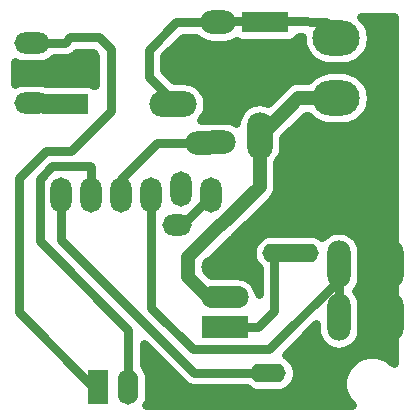
<source format=gbr>
G04 #@! TF.GenerationSoftware,KiCad,Pcbnew,5.1.6-1.fc32*
G04 #@! TF.CreationDate,2020-07-03T18:31:44+02:00*
G04 #@! TF.ProjectId,BoatFanControl,426f6174-4661-46e4-936f-6e74726f6c2e,rev?*
G04 #@! TF.SameCoordinates,PX5140c80PY5efc680*
G04 #@! TF.FileFunction,Copper,L2,Bot*
G04 #@! TF.FilePolarity,Positive*
%FSLAX46Y46*%
G04 Gerber Fmt 4.6, Leading zero omitted, Abs format (unit mm)*
G04 Created by KiCad (PCBNEW 5.1.6-1.fc32) date 2020-07-03 18:31:44*
%MOMM*%
%LPD*%
G01*
G04 APERTURE LIST*
G04 #@! TA.AperFunction,ComponentPad*
%ADD10O,2.500000X1.600000*%
G04 #@! TD*
G04 #@! TA.AperFunction,ComponentPad*
%ADD11O,3.000000X1.600000*%
G04 #@! TD*
G04 #@! TA.AperFunction,ComponentPad*
%ADD12O,3.000000X1.800000*%
G04 #@! TD*
G04 #@! TA.AperFunction,ComponentPad*
%ADD13O,1.800000X3.000000*%
G04 #@! TD*
G04 #@! TA.AperFunction,ComponentPad*
%ADD14O,1.727200X3.000000*%
G04 #@! TD*
G04 #@! TA.AperFunction,ComponentPad*
%ADD15R,1.727200X3.000000*%
G04 #@! TD*
G04 #@! TA.AperFunction,ComponentPad*
%ADD16O,2.200000X4.000000*%
G04 #@! TD*
G04 #@! TA.AperFunction,ComponentPad*
%ADD17R,4.000000X1.800000*%
G04 #@! TD*
G04 #@! TA.AperFunction,ComponentPad*
%ADD18O,2.500000X1.800000*%
G04 #@! TD*
G04 #@! TA.AperFunction,ComponentPad*
%ADD19O,4.000000X3.000000*%
G04 #@! TD*
G04 #@! TA.AperFunction,ComponentPad*
%ADD20R,4.000000X3.000000*%
G04 #@! TD*
G04 #@! TA.AperFunction,ComponentPad*
%ADD21O,3.000000X2.000000*%
G04 #@! TD*
G04 #@! TA.AperFunction,ComponentPad*
%ADD22O,4.000000X1.905000*%
G04 #@! TD*
G04 #@! TA.AperFunction,ComponentPad*
%ADD23R,4.000000X1.905000*%
G04 #@! TD*
G04 #@! TA.AperFunction,ComponentPad*
%ADD24O,2.000000X4.000000*%
G04 #@! TD*
G04 #@! TA.AperFunction,ComponentPad*
%ADD25O,4.000000X2.200000*%
G04 #@! TD*
G04 #@! TA.AperFunction,ViaPad*
%ADD26C,2.000000*%
G04 #@! TD*
G04 #@! TA.AperFunction,Conductor*
%ADD27C,0.800000*%
G04 #@! TD*
G04 #@! TA.AperFunction,Conductor*
%ADD28C,1.200000*%
G04 #@! TD*
G04 APERTURE END LIST*
D10*
X26000000Y3500000D03*
D11*
X25000000Y13660000D03*
X23250000Y13660000D03*
X22250000Y3500000D03*
D12*
X2200000Y31430000D03*
X2200000Y28890000D03*
X2200000Y26350000D03*
D13*
X17400000Y18600000D03*
X14860000Y19100000D03*
X12320000Y18600000D03*
X9780000Y18600000D03*
X7240000Y18600000D03*
X4700000Y18600000D03*
D14*
X12940000Y2300000D03*
X10400000Y2300000D03*
D15*
X7860000Y2300000D03*
D16*
X21500000Y23590000D03*
D17*
X22000000Y33250000D03*
D18*
X14500000Y16000000D03*
D19*
X28000000Y31860000D03*
X28000000Y26780000D03*
D20*
X28000000Y21700000D03*
G04 #@! TA.AperFunction,ComponentPad*
G36*
G01*
X23403875Y16699678D02*
X23757428Y17053232D01*
G75*
G02*
X25171642Y17053232I707107J-707107D01*
G01*
X25171642Y17053232D01*
G75*
G02*
X25171642Y15639018I-707107J-707107D01*
G01*
X24818088Y15285464D01*
G75*
G02*
X23403874Y15285464I-707107J707107D01*
G01*
X23403874Y15285464D01*
G75*
G02*
X23403874Y16699678I707107J707107D01*
G01*
G37*
G04 #@! TD.AperFunction*
D21*
X16750000Y23000000D03*
X18000000Y23040000D03*
X18000000Y33200000D03*
D22*
X18550000Y12430000D03*
X18550000Y9890000D03*
D23*
X18550000Y7350000D03*
D24*
X32700000Y8200000D03*
X28200000Y8200000D03*
X32700000Y12700000D03*
X28200000Y12700000D03*
D25*
X14160000Y26250000D03*
D17*
X5000000Y26250000D03*
D26*
X5500000Y28900000D03*
X15000000Y29750000D03*
D27*
X25500000Y13660000D02*
X22750000Y13660000D01*
X22750000Y13660000D02*
X22750000Y8750000D01*
X21350000Y7350000D02*
X19550000Y7350000D01*
X22750000Y8750000D02*
X21350000Y7350000D01*
X28200000Y13700000D02*
X28200000Y7200000D01*
X12320000Y9007498D02*
X12320000Y18600000D01*
X15829999Y5497499D02*
X12320000Y9007498D01*
X22335989Y5497499D02*
X15829999Y5497499D01*
X28200000Y11361510D02*
X22335989Y5497499D01*
X28200000Y13700000D02*
X28200000Y11361510D01*
X10400000Y7162002D02*
X10400000Y2300000D01*
X2899990Y14662012D02*
X10400000Y7162002D01*
X2899990Y19945588D02*
X2899990Y14662012D01*
X3954412Y21000010D02*
X2899990Y19945588D01*
X7139990Y21000010D02*
X3954412Y21000010D01*
X7240000Y20900000D02*
X7139990Y21000010D01*
X7240000Y18600000D02*
X7240000Y20900000D01*
X2230000Y31400000D02*
X2200000Y31430000D01*
X5000000Y31430000D02*
X2200000Y31430000D01*
X8900001Y30912001D02*
X7912001Y31900001D01*
X8900001Y25679999D02*
X8900001Y30912001D01*
X5470001Y31900001D02*
X5000000Y31430000D01*
X7912001Y31900001D02*
X5470001Y31900001D01*
X7417998Y2300000D02*
X7860000Y2300000D01*
X1099999Y8617999D02*
X7417998Y2300000D01*
X1099999Y19984088D02*
X1099999Y8617999D01*
X3415931Y22300020D02*
X1099999Y19984088D01*
X5520022Y22300020D02*
X3415931Y22300020D01*
X8900001Y25679999D02*
X5520022Y22300020D01*
X14905598Y16000000D02*
X14500000Y16000000D01*
X17400000Y18494402D02*
X14905598Y16000000D01*
X17400000Y18600000D02*
X17400000Y18494402D01*
X12099999Y28587999D02*
X14437998Y26250000D01*
X14437998Y26250000D02*
X14660000Y26250000D01*
X12099999Y30849999D02*
X12099999Y28587999D01*
X14450000Y33200000D02*
X12099999Y30849999D01*
X16500000Y33200000D02*
X14450000Y33200000D01*
X21250000Y33410000D02*
X16500000Y33200000D01*
X27160000Y33200000D02*
X21250000Y33410000D01*
X28500000Y31860000D02*
X27160000Y33200000D01*
D28*
X24780000Y26780000D02*
X21250000Y23250000D01*
X28500000Y26780000D02*
X24780000Y26780000D01*
X15449990Y11579823D02*
X17139813Y9890000D01*
X15449990Y13280177D02*
X15449990Y11579823D01*
X17139813Y9890000D02*
X19550000Y9890000D01*
X18169803Y15999990D02*
X15449990Y13280177D01*
X18228431Y15999990D02*
X18169803Y15999990D01*
X21500000Y19271559D02*
X18228431Y15999990D01*
X21500000Y23090000D02*
X21500000Y19271559D01*
D27*
X16790000Y23040000D02*
X16750000Y23000000D01*
X18000000Y23040000D02*
X16790000Y23040000D01*
X9780000Y19929077D02*
X9780000Y18600000D01*
X12850923Y23000000D02*
X9780000Y19929077D01*
X16750000Y23000000D02*
X12850923Y23000000D01*
X4700000Y14789008D02*
X4700000Y18600000D01*
X15989008Y3500000D02*
X4700000Y14789008D01*
X22750000Y3500000D02*
X15989008Y3500000D01*
X4400000Y26350000D02*
X4500000Y26250000D01*
X2200000Y26350000D02*
X4400000Y26350000D01*
G36*
X32842000Y4304848D02*
G01*
X32598757Y4548091D01*
X32187983Y4822561D01*
X31731557Y5011619D01*
X31247016Y5108000D01*
X30752984Y5108000D01*
X30268443Y5011619D01*
X29812017Y4822561D01*
X29401243Y4548091D01*
X29051909Y4198757D01*
X28777439Y3787983D01*
X28588381Y3331557D01*
X28492000Y2847016D01*
X28492000Y2352984D01*
X28588381Y1868443D01*
X28777439Y1412017D01*
X29051909Y1001243D01*
X29295152Y758000D01*
X11924743Y758000D01*
X12044664Y982358D01*
X12145966Y1316306D01*
X12171600Y1576568D01*
X12171600Y3023432D01*
X12145966Y3283694D01*
X12044664Y3617642D01*
X11880159Y3925411D01*
X11708000Y4135187D01*
X11708000Y5931216D01*
X15018685Y2620531D01*
X15059638Y2570630D01*
X15109539Y2529677D01*
X15109543Y2529673D01*
X15258806Y2407176D01*
X15486036Y2285719D01*
X15732595Y2210926D01*
X15924758Y2192000D01*
X15924767Y2192000D01*
X15989007Y2185673D01*
X16053247Y2192000D01*
X20451467Y2192000D01*
X20596495Y2072979D01*
X20893214Y1914379D01*
X21215174Y1816714D01*
X21466096Y1792000D01*
X23033904Y1792000D01*
X23284826Y1816714D01*
X23606786Y1914379D01*
X23903505Y2072979D01*
X24163582Y2286418D01*
X24377021Y2546495D01*
X24535621Y2843214D01*
X24633286Y3165174D01*
X24666264Y3500000D01*
X24633286Y3834826D01*
X24535621Y4156786D01*
X24377021Y4453505D01*
X24163582Y4713582D01*
X23903505Y4927021D01*
X23715691Y5027410D01*
X26292001Y7603720D01*
X26292001Y7106276D01*
X26319609Y6825967D01*
X26428711Y6466307D01*
X26605882Y6134844D01*
X26844314Y5844313D01*
X27134845Y5605881D01*
X27466308Y5428710D01*
X27825968Y5319608D01*
X28200000Y5282769D01*
X28574033Y5319608D01*
X28933693Y5428710D01*
X29265156Y5605881D01*
X29555687Y5844313D01*
X29794119Y6134844D01*
X29971290Y6466307D01*
X30080392Y6825967D01*
X30108000Y7106277D01*
X30108000Y9293724D01*
X30080392Y9574033D01*
X29971290Y9933693D01*
X29794119Y10265156D01*
X29642422Y10450000D01*
X29794119Y10634844D01*
X29971290Y10966307D01*
X30080392Y11325967D01*
X30108000Y11606277D01*
X30108000Y13793724D01*
X30080392Y14074033D01*
X29971290Y14433693D01*
X29794119Y14765156D01*
X29555687Y15055687D01*
X29265156Y15294119D01*
X28933692Y15471290D01*
X28574032Y15580392D01*
X28200000Y15617231D01*
X27825967Y15580392D01*
X27466307Y15471290D01*
X27134844Y15294119D01*
X26844313Y15055687D01*
X26782888Y14980840D01*
X26653505Y15087021D01*
X26356786Y15245621D01*
X26034826Y15343286D01*
X25783904Y15368000D01*
X24216096Y15368000D01*
X24125000Y15359028D01*
X24033904Y15368000D01*
X22466096Y15368000D01*
X22215174Y15343286D01*
X21893214Y15245621D01*
X21596495Y15087021D01*
X21336418Y14873582D01*
X21122979Y14613505D01*
X20964379Y14316786D01*
X20866714Y13994826D01*
X20833736Y13660000D01*
X20866714Y13325174D01*
X20964379Y13003214D01*
X21122979Y12706495D01*
X21336418Y12446418D01*
X21442000Y12359769D01*
X21442001Y10143842D01*
X21431080Y10254722D01*
X21324695Y10605427D01*
X21151934Y10928640D01*
X20919438Y11211938D01*
X20636140Y11444434D01*
X20312927Y11617195D01*
X19962222Y11723580D01*
X19688899Y11750500D01*
X17411947Y11750500D01*
X16957990Y12204456D01*
X16957990Y12655544D01*
X19010626Y14708179D01*
X19070284Y14740067D01*
X19299907Y14928514D01*
X19347133Y14986059D01*
X22513936Y18152861D01*
X22571476Y18200083D01*
X22759923Y18429706D01*
X22899951Y18691680D01*
X22986180Y18975939D01*
X23008000Y19197481D01*
X23008000Y19197491D01*
X23015295Y19271558D01*
X23008000Y19345625D01*
X23008000Y21362276D01*
X23177669Y21569018D01*
X23364126Y21917854D01*
X23478945Y22296363D01*
X23508000Y22591363D01*
X23508000Y23375367D01*
X25404634Y25272000D01*
X25622490Y25272000D01*
X25789048Y25069048D01*
X26155714Y24768134D01*
X26574040Y24544534D01*
X27027950Y24406842D01*
X27381706Y24372000D01*
X28618294Y24372000D01*
X28972050Y24406842D01*
X29425960Y24544534D01*
X29844286Y24768134D01*
X30210952Y25069048D01*
X30511866Y25435714D01*
X30735466Y25854040D01*
X30873158Y26307950D01*
X30919651Y26780000D01*
X30873158Y27252050D01*
X30735466Y27705960D01*
X30511866Y28124286D01*
X30210952Y28490952D01*
X29844286Y28791866D01*
X29425960Y29015466D01*
X28972050Y29153158D01*
X28618294Y29188000D01*
X27381706Y29188000D01*
X27027950Y29153158D01*
X26574040Y29015466D01*
X26155714Y28791866D01*
X25789048Y28490952D01*
X25622490Y28288000D01*
X24854070Y28288000D01*
X24780000Y28295295D01*
X24705930Y28288000D01*
X24705922Y28288000D01*
X24509686Y28268672D01*
X24484379Y28266180D01*
X24200121Y28179951D01*
X23938147Y28039923D01*
X23708524Y27851476D01*
X23661302Y27793936D01*
X22233281Y26365915D01*
X21893636Y26468945D01*
X21500000Y26507715D01*
X21106363Y26468945D01*
X20727854Y26354126D01*
X20379018Y26167669D01*
X20073260Y25916740D01*
X19822331Y25610982D01*
X19635874Y25262145D01*
X19521055Y24883636D01*
X19499914Y24668992D01*
X19233693Y24811290D01*
X18874033Y24920392D01*
X18593724Y24948000D01*
X17406276Y24948000D01*
X17125967Y24920392D01*
X17085116Y24908000D01*
X16556284Y24908000D01*
X16737669Y25129018D01*
X16924126Y25477854D01*
X17038945Y25856363D01*
X17077715Y26250000D01*
X17038945Y26643637D01*
X16924126Y27022146D01*
X16737669Y27370982D01*
X16486740Y27676740D01*
X16180982Y27927669D01*
X15832146Y28114126D01*
X15453637Y28228945D01*
X15158638Y28258000D01*
X14279789Y28258000D01*
X13407999Y29129790D01*
X13407999Y30308208D01*
X14991792Y31892000D01*
X16105177Y31892000D01*
X16144313Y31844313D01*
X16434844Y31605881D01*
X16766307Y31428710D01*
X17125967Y31319608D01*
X17406276Y31292000D01*
X18593724Y31292000D01*
X18874033Y31319608D01*
X19233693Y31428710D01*
X19515558Y31579370D01*
X19650842Y31507059D01*
X19822001Y31455138D01*
X20000000Y31437607D01*
X24000000Y31437607D01*
X24177999Y31455138D01*
X24349158Y31507059D01*
X24506898Y31591373D01*
X24645159Y31704841D01*
X24758627Y31843102D01*
X24828602Y31974017D01*
X25090662Y31964705D01*
X25080349Y31860000D01*
X25126842Y31387950D01*
X25264534Y30934040D01*
X25488134Y30515714D01*
X25789048Y30149048D01*
X26155714Y29848134D01*
X26574040Y29624534D01*
X27027950Y29486842D01*
X27381706Y29452000D01*
X28618294Y29452000D01*
X28972050Y29486842D01*
X29425960Y29624534D01*
X29844286Y29848134D01*
X30210952Y30149048D01*
X30511866Y30515714D01*
X30735466Y30934040D01*
X30873158Y31387950D01*
X30919651Y31860000D01*
X30873158Y32332050D01*
X30735466Y32785960D01*
X30511866Y33204286D01*
X30210952Y33570952D01*
X30124379Y33642000D01*
X32842001Y33642000D01*
X32842000Y4304848D01*
G37*
X32842000Y4304848D02*
X32598757Y4548091D01*
X32187983Y4822561D01*
X31731557Y5011619D01*
X31247016Y5108000D01*
X30752984Y5108000D01*
X30268443Y5011619D01*
X29812017Y4822561D01*
X29401243Y4548091D01*
X29051909Y4198757D01*
X28777439Y3787983D01*
X28588381Y3331557D01*
X28492000Y2847016D01*
X28492000Y2352984D01*
X28588381Y1868443D01*
X28777439Y1412017D01*
X29051909Y1001243D01*
X29295152Y758000D01*
X11924743Y758000D01*
X12044664Y982358D01*
X12145966Y1316306D01*
X12171600Y1576568D01*
X12171600Y3023432D01*
X12145966Y3283694D01*
X12044664Y3617642D01*
X11880159Y3925411D01*
X11708000Y4135187D01*
X11708000Y5931216D01*
X15018685Y2620531D01*
X15059638Y2570630D01*
X15109539Y2529677D01*
X15109543Y2529673D01*
X15258806Y2407176D01*
X15486036Y2285719D01*
X15732595Y2210926D01*
X15924758Y2192000D01*
X15924767Y2192000D01*
X15989007Y2185673D01*
X16053247Y2192000D01*
X20451467Y2192000D01*
X20596495Y2072979D01*
X20893214Y1914379D01*
X21215174Y1816714D01*
X21466096Y1792000D01*
X23033904Y1792000D01*
X23284826Y1816714D01*
X23606786Y1914379D01*
X23903505Y2072979D01*
X24163582Y2286418D01*
X24377021Y2546495D01*
X24535621Y2843214D01*
X24633286Y3165174D01*
X24666264Y3500000D01*
X24633286Y3834826D01*
X24535621Y4156786D01*
X24377021Y4453505D01*
X24163582Y4713582D01*
X23903505Y4927021D01*
X23715691Y5027410D01*
X26292001Y7603720D01*
X26292001Y7106276D01*
X26319609Y6825967D01*
X26428711Y6466307D01*
X26605882Y6134844D01*
X26844314Y5844313D01*
X27134845Y5605881D01*
X27466308Y5428710D01*
X27825968Y5319608D01*
X28200000Y5282769D01*
X28574033Y5319608D01*
X28933693Y5428710D01*
X29265156Y5605881D01*
X29555687Y5844313D01*
X29794119Y6134844D01*
X29971290Y6466307D01*
X30080392Y6825967D01*
X30108000Y7106277D01*
X30108000Y9293724D01*
X30080392Y9574033D01*
X29971290Y9933693D01*
X29794119Y10265156D01*
X29642422Y10450000D01*
X29794119Y10634844D01*
X29971290Y10966307D01*
X30080392Y11325967D01*
X30108000Y11606277D01*
X30108000Y13793724D01*
X30080392Y14074033D01*
X29971290Y14433693D01*
X29794119Y14765156D01*
X29555687Y15055687D01*
X29265156Y15294119D01*
X28933692Y15471290D01*
X28574032Y15580392D01*
X28200000Y15617231D01*
X27825967Y15580392D01*
X27466307Y15471290D01*
X27134844Y15294119D01*
X26844313Y15055687D01*
X26782888Y14980840D01*
X26653505Y15087021D01*
X26356786Y15245621D01*
X26034826Y15343286D01*
X25783904Y15368000D01*
X24216096Y15368000D01*
X24125000Y15359028D01*
X24033904Y15368000D01*
X22466096Y15368000D01*
X22215174Y15343286D01*
X21893214Y15245621D01*
X21596495Y15087021D01*
X21336418Y14873582D01*
X21122979Y14613505D01*
X20964379Y14316786D01*
X20866714Y13994826D01*
X20833736Y13660000D01*
X20866714Y13325174D01*
X20964379Y13003214D01*
X21122979Y12706495D01*
X21336418Y12446418D01*
X21442000Y12359769D01*
X21442001Y10143842D01*
X21431080Y10254722D01*
X21324695Y10605427D01*
X21151934Y10928640D01*
X20919438Y11211938D01*
X20636140Y11444434D01*
X20312927Y11617195D01*
X19962222Y11723580D01*
X19688899Y11750500D01*
X17411947Y11750500D01*
X16957990Y12204456D01*
X16957990Y12655544D01*
X19010626Y14708179D01*
X19070284Y14740067D01*
X19299907Y14928514D01*
X19347133Y14986059D01*
X22513936Y18152861D01*
X22571476Y18200083D01*
X22759923Y18429706D01*
X22899951Y18691680D01*
X22986180Y18975939D01*
X23008000Y19197481D01*
X23008000Y19197491D01*
X23015295Y19271558D01*
X23008000Y19345625D01*
X23008000Y21362276D01*
X23177669Y21569018D01*
X23364126Y21917854D01*
X23478945Y22296363D01*
X23508000Y22591363D01*
X23508000Y23375367D01*
X25404634Y25272000D01*
X25622490Y25272000D01*
X25789048Y25069048D01*
X26155714Y24768134D01*
X26574040Y24544534D01*
X27027950Y24406842D01*
X27381706Y24372000D01*
X28618294Y24372000D01*
X28972050Y24406842D01*
X29425960Y24544534D01*
X29844286Y24768134D01*
X30210952Y25069048D01*
X30511866Y25435714D01*
X30735466Y25854040D01*
X30873158Y26307950D01*
X30919651Y26780000D01*
X30873158Y27252050D01*
X30735466Y27705960D01*
X30511866Y28124286D01*
X30210952Y28490952D01*
X29844286Y28791866D01*
X29425960Y29015466D01*
X28972050Y29153158D01*
X28618294Y29188000D01*
X27381706Y29188000D01*
X27027950Y29153158D01*
X26574040Y29015466D01*
X26155714Y28791866D01*
X25789048Y28490952D01*
X25622490Y28288000D01*
X24854070Y28288000D01*
X24780000Y28295295D01*
X24705930Y28288000D01*
X24705922Y28288000D01*
X24509686Y28268672D01*
X24484379Y28266180D01*
X24200121Y28179951D01*
X23938147Y28039923D01*
X23708524Y27851476D01*
X23661302Y27793936D01*
X22233281Y26365915D01*
X21893636Y26468945D01*
X21500000Y26507715D01*
X21106363Y26468945D01*
X20727854Y26354126D01*
X20379018Y26167669D01*
X20073260Y25916740D01*
X19822331Y25610982D01*
X19635874Y25262145D01*
X19521055Y24883636D01*
X19499914Y24668992D01*
X19233693Y24811290D01*
X18874033Y24920392D01*
X18593724Y24948000D01*
X17406276Y24948000D01*
X17125967Y24920392D01*
X17085116Y24908000D01*
X16556284Y24908000D01*
X16737669Y25129018D01*
X16924126Y25477854D01*
X17038945Y25856363D01*
X17077715Y26250000D01*
X17038945Y26643637D01*
X16924126Y27022146D01*
X16737669Y27370982D01*
X16486740Y27676740D01*
X16180982Y27927669D01*
X15832146Y28114126D01*
X15453637Y28228945D01*
X15158638Y28258000D01*
X14279789Y28258000D01*
X13407999Y29129790D01*
X13407999Y30308208D01*
X14991792Y31892000D01*
X16105177Y31892000D01*
X16144313Y31844313D01*
X16434844Y31605881D01*
X16766307Y31428710D01*
X17125967Y31319608D01*
X17406276Y31292000D01*
X18593724Y31292000D01*
X18874033Y31319608D01*
X19233693Y31428710D01*
X19515558Y31579370D01*
X19650842Y31507059D01*
X19822001Y31455138D01*
X20000000Y31437607D01*
X24000000Y31437607D01*
X24177999Y31455138D01*
X24349158Y31507059D01*
X24506898Y31591373D01*
X24645159Y31704841D01*
X24758627Y31843102D01*
X24828602Y31974017D01*
X25090662Y31964705D01*
X25080349Y31860000D01*
X25126842Y31387950D01*
X25264534Y30934040D01*
X25488134Y30515714D01*
X25789048Y30149048D01*
X26155714Y29848134D01*
X26574040Y29624534D01*
X27027950Y29486842D01*
X27381706Y29452000D01*
X28618294Y29452000D01*
X28972050Y29486842D01*
X29425960Y29624534D01*
X29844286Y29848134D01*
X30210952Y30149048D01*
X30511866Y30515714D01*
X30735466Y30934040D01*
X30873158Y31387950D01*
X30919651Y31860000D01*
X30873158Y32332050D01*
X30735466Y32785960D01*
X30511866Y33204286D01*
X30210952Y33570952D01*
X30124379Y33642000D01*
X32842001Y33642000D01*
X32842000Y4304848D01*
G36*
X7592002Y30370209D02*
G01*
X7592001Y27838784D01*
X7506898Y27908627D01*
X7349158Y27992941D01*
X7177999Y28044862D01*
X7000000Y28062393D01*
X3383364Y28062393D01*
X3154430Y28131840D01*
X2888821Y28158000D01*
X1511179Y28158000D01*
X1245570Y28131840D01*
X904761Y28028456D01*
X758000Y27950011D01*
X758000Y29829989D01*
X904761Y29751544D01*
X1245570Y29648160D01*
X1511179Y29622000D01*
X2888821Y29622000D01*
X3154430Y29648160D01*
X3495239Y29751544D01*
X3809331Y29919429D01*
X4056165Y30122000D01*
X4935757Y30122000D01*
X5000000Y30115673D01*
X5064243Y30122000D01*
X5064250Y30122000D01*
X5256413Y30140926D01*
X5502972Y30215719D01*
X5730202Y30337176D01*
X5929370Y30500630D01*
X5970328Y30550537D01*
X6011792Y30592001D01*
X7370210Y30592001D01*
X7592002Y30370209D01*
G37*
X7592002Y30370209D02*
X7592001Y27838784D01*
X7506898Y27908627D01*
X7349158Y27992941D01*
X7177999Y28044862D01*
X7000000Y28062393D01*
X3383364Y28062393D01*
X3154430Y28131840D01*
X2888821Y28158000D01*
X1511179Y28158000D01*
X1245570Y28131840D01*
X904761Y28028456D01*
X758000Y27950011D01*
X758000Y29829989D01*
X904761Y29751544D01*
X1245570Y29648160D01*
X1511179Y29622000D01*
X2888821Y29622000D01*
X3154430Y29648160D01*
X3495239Y29751544D01*
X3809331Y29919429D01*
X4056165Y30122000D01*
X4935757Y30122000D01*
X5000000Y30115673D01*
X5064243Y30122000D01*
X5064250Y30122000D01*
X5256413Y30140926D01*
X5502972Y30215719D01*
X5730202Y30337176D01*
X5929370Y30500630D01*
X5970328Y30550537D01*
X6011792Y30592001D01*
X7370210Y30592001D01*
X7592002Y30370209D01*
M02*

</source>
